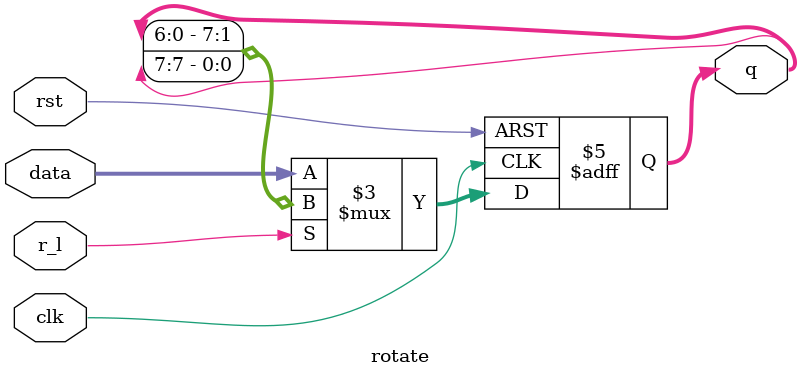
<source format=v>
module rotate(q, data, clk, r_l, rst); // rotates bits or loads
output [7:0] q;
input [7:0] data;
input clk, r_l, rst;
reg [7:0] q;

// when r_l is high, it rotates; if low, it loads data
always @(posedge clk or posedge rst)
begin
	if (rst)
		q = 8'b0;
	else if (r_l)
		q = {q[6:0], q[7]};
	else
		q = data;
end
endmodule




</source>
